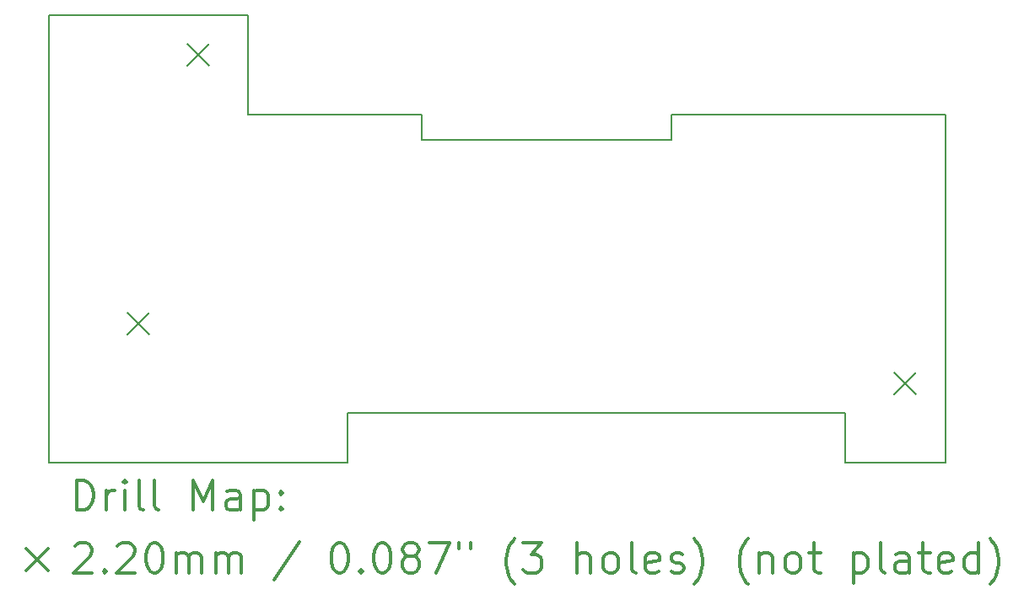
<source format=gbr>
%FSLAX45Y45*%
G04 Gerber Fmt 4.5, Leading zero omitted, Abs format (unit mm)*
G04 Created by KiCad (PCBNEW (5.0.2)-1) date 09/11/2019 14:16:32*
%MOMM*%
%LPD*%
G01*
G04 APERTURE LIST*
%ADD10C,0.150000*%
%ADD11C,0.200000*%
%ADD12C,0.300000*%
G04 APERTURE END LIST*
D10*
X10000000Y-11500000D02*
X10000000Y-7000000D01*
X13000000Y-11500000D02*
X10000000Y-11500000D01*
X12000000Y-7000000D02*
X10000000Y-7000000D01*
X12000000Y-8000000D02*
X12000000Y-7000000D01*
X13750000Y-8000000D02*
X12000000Y-8000000D01*
X13750000Y-8250000D02*
X13750000Y-8000000D01*
X16250000Y-8250000D02*
X13750000Y-8250000D01*
X16250000Y-8000000D02*
X16250000Y-8250000D01*
X16500000Y-8000000D02*
X16250000Y-8000000D01*
X19000000Y-8000000D02*
X16500000Y-8000000D01*
X19000000Y-11500000D02*
X19000000Y-8000000D01*
X18000000Y-11500000D02*
X19000000Y-11500000D01*
X18000000Y-11000000D02*
X18000000Y-11500000D01*
X13000000Y-11000000D02*
X18000000Y-11000000D01*
X13000000Y-11500000D02*
X13000000Y-11000000D01*
D11*
X18490000Y-10590000D02*
X18710000Y-10810000D01*
X18710000Y-10590000D02*
X18490000Y-10810000D01*
X11390000Y-7290000D02*
X11610000Y-7510000D01*
X11610000Y-7290000D02*
X11390000Y-7510000D01*
X10790000Y-9990000D02*
X11010000Y-10210000D01*
X11010000Y-9990000D02*
X10790000Y-10210000D01*
D12*
X10278928Y-11973214D02*
X10278928Y-11673214D01*
X10350357Y-11673214D01*
X10393214Y-11687500D01*
X10421786Y-11716071D01*
X10436071Y-11744643D01*
X10450357Y-11801786D01*
X10450357Y-11844643D01*
X10436071Y-11901786D01*
X10421786Y-11930357D01*
X10393214Y-11958929D01*
X10350357Y-11973214D01*
X10278928Y-11973214D01*
X10578928Y-11973214D02*
X10578928Y-11773214D01*
X10578928Y-11830357D02*
X10593214Y-11801786D01*
X10607500Y-11787500D01*
X10636071Y-11773214D01*
X10664643Y-11773214D01*
X10764643Y-11973214D02*
X10764643Y-11773214D01*
X10764643Y-11673214D02*
X10750357Y-11687500D01*
X10764643Y-11701786D01*
X10778928Y-11687500D01*
X10764643Y-11673214D01*
X10764643Y-11701786D01*
X10950357Y-11973214D02*
X10921786Y-11958929D01*
X10907500Y-11930357D01*
X10907500Y-11673214D01*
X11107500Y-11973214D02*
X11078928Y-11958929D01*
X11064643Y-11930357D01*
X11064643Y-11673214D01*
X11450357Y-11973214D02*
X11450357Y-11673214D01*
X11550357Y-11887500D01*
X11650357Y-11673214D01*
X11650357Y-11973214D01*
X11921786Y-11973214D02*
X11921786Y-11816071D01*
X11907500Y-11787500D01*
X11878928Y-11773214D01*
X11821786Y-11773214D01*
X11793214Y-11787500D01*
X11921786Y-11958929D02*
X11893214Y-11973214D01*
X11821786Y-11973214D01*
X11793214Y-11958929D01*
X11778928Y-11930357D01*
X11778928Y-11901786D01*
X11793214Y-11873214D01*
X11821786Y-11858929D01*
X11893214Y-11858929D01*
X11921786Y-11844643D01*
X12064643Y-11773214D02*
X12064643Y-12073214D01*
X12064643Y-11787500D02*
X12093214Y-11773214D01*
X12150357Y-11773214D01*
X12178928Y-11787500D01*
X12193214Y-11801786D01*
X12207500Y-11830357D01*
X12207500Y-11916071D01*
X12193214Y-11944643D01*
X12178928Y-11958929D01*
X12150357Y-11973214D01*
X12093214Y-11973214D01*
X12064643Y-11958929D01*
X12336071Y-11944643D02*
X12350357Y-11958929D01*
X12336071Y-11973214D01*
X12321786Y-11958929D01*
X12336071Y-11944643D01*
X12336071Y-11973214D01*
X12336071Y-11787500D02*
X12350357Y-11801786D01*
X12336071Y-11816071D01*
X12321786Y-11801786D01*
X12336071Y-11787500D01*
X12336071Y-11816071D01*
X9772500Y-12357500D02*
X9992500Y-12577500D01*
X9992500Y-12357500D02*
X9772500Y-12577500D01*
X10264643Y-12331786D02*
X10278928Y-12317500D01*
X10307500Y-12303214D01*
X10378928Y-12303214D01*
X10407500Y-12317500D01*
X10421786Y-12331786D01*
X10436071Y-12360357D01*
X10436071Y-12388929D01*
X10421786Y-12431786D01*
X10250357Y-12603214D01*
X10436071Y-12603214D01*
X10564643Y-12574643D02*
X10578928Y-12588929D01*
X10564643Y-12603214D01*
X10550357Y-12588929D01*
X10564643Y-12574643D01*
X10564643Y-12603214D01*
X10693214Y-12331786D02*
X10707500Y-12317500D01*
X10736071Y-12303214D01*
X10807500Y-12303214D01*
X10836071Y-12317500D01*
X10850357Y-12331786D01*
X10864643Y-12360357D01*
X10864643Y-12388929D01*
X10850357Y-12431786D01*
X10678928Y-12603214D01*
X10864643Y-12603214D01*
X11050357Y-12303214D02*
X11078928Y-12303214D01*
X11107500Y-12317500D01*
X11121786Y-12331786D01*
X11136071Y-12360357D01*
X11150357Y-12417500D01*
X11150357Y-12488929D01*
X11136071Y-12546071D01*
X11121786Y-12574643D01*
X11107500Y-12588929D01*
X11078928Y-12603214D01*
X11050357Y-12603214D01*
X11021786Y-12588929D01*
X11007500Y-12574643D01*
X10993214Y-12546071D01*
X10978928Y-12488929D01*
X10978928Y-12417500D01*
X10993214Y-12360357D01*
X11007500Y-12331786D01*
X11021786Y-12317500D01*
X11050357Y-12303214D01*
X11278928Y-12603214D02*
X11278928Y-12403214D01*
X11278928Y-12431786D02*
X11293214Y-12417500D01*
X11321786Y-12403214D01*
X11364643Y-12403214D01*
X11393214Y-12417500D01*
X11407500Y-12446071D01*
X11407500Y-12603214D01*
X11407500Y-12446071D02*
X11421786Y-12417500D01*
X11450357Y-12403214D01*
X11493214Y-12403214D01*
X11521786Y-12417500D01*
X11536071Y-12446071D01*
X11536071Y-12603214D01*
X11678928Y-12603214D02*
X11678928Y-12403214D01*
X11678928Y-12431786D02*
X11693214Y-12417500D01*
X11721786Y-12403214D01*
X11764643Y-12403214D01*
X11793214Y-12417500D01*
X11807500Y-12446071D01*
X11807500Y-12603214D01*
X11807500Y-12446071D02*
X11821786Y-12417500D01*
X11850357Y-12403214D01*
X11893214Y-12403214D01*
X11921786Y-12417500D01*
X11936071Y-12446071D01*
X11936071Y-12603214D01*
X12521786Y-12288929D02*
X12264643Y-12674643D01*
X12907500Y-12303214D02*
X12936071Y-12303214D01*
X12964643Y-12317500D01*
X12978928Y-12331786D01*
X12993214Y-12360357D01*
X13007500Y-12417500D01*
X13007500Y-12488929D01*
X12993214Y-12546071D01*
X12978928Y-12574643D01*
X12964643Y-12588929D01*
X12936071Y-12603214D01*
X12907500Y-12603214D01*
X12878928Y-12588929D01*
X12864643Y-12574643D01*
X12850357Y-12546071D01*
X12836071Y-12488929D01*
X12836071Y-12417500D01*
X12850357Y-12360357D01*
X12864643Y-12331786D01*
X12878928Y-12317500D01*
X12907500Y-12303214D01*
X13136071Y-12574643D02*
X13150357Y-12588929D01*
X13136071Y-12603214D01*
X13121786Y-12588929D01*
X13136071Y-12574643D01*
X13136071Y-12603214D01*
X13336071Y-12303214D02*
X13364643Y-12303214D01*
X13393214Y-12317500D01*
X13407500Y-12331786D01*
X13421786Y-12360357D01*
X13436071Y-12417500D01*
X13436071Y-12488929D01*
X13421786Y-12546071D01*
X13407500Y-12574643D01*
X13393214Y-12588929D01*
X13364643Y-12603214D01*
X13336071Y-12603214D01*
X13307500Y-12588929D01*
X13293214Y-12574643D01*
X13278928Y-12546071D01*
X13264643Y-12488929D01*
X13264643Y-12417500D01*
X13278928Y-12360357D01*
X13293214Y-12331786D01*
X13307500Y-12317500D01*
X13336071Y-12303214D01*
X13607500Y-12431786D02*
X13578928Y-12417500D01*
X13564643Y-12403214D01*
X13550357Y-12374643D01*
X13550357Y-12360357D01*
X13564643Y-12331786D01*
X13578928Y-12317500D01*
X13607500Y-12303214D01*
X13664643Y-12303214D01*
X13693214Y-12317500D01*
X13707500Y-12331786D01*
X13721786Y-12360357D01*
X13721786Y-12374643D01*
X13707500Y-12403214D01*
X13693214Y-12417500D01*
X13664643Y-12431786D01*
X13607500Y-12431786D01*
X13578928Y-12446071D01*
X13564643Y-12460357D01*
X13550357Y-12488929D01*
X13550357Y-12546071D01*
X13564643Y-12574643D01*
X13578928Y-12588929D01*
X13607500Y-12603214D01*
X13664643Y-12603214D01*
X13693214Y-12588929D01*
X13707500Y-12574643D01*
X13721786Y-12546071D01*
X13721786Y-12488929D01*
X13707500Y-12460357D01*
X13693214Y-12446071D01*
X13664643Y-12431786D01*
X13821786Y-12303214D02*
X14021786Y-12303214D01*
X13893214Y-12603214D01*
X14121786Y-12303214D02*
X14121786Y-12360357D01*
X14236071Y-12303214D02*
X14236071Y-12360357D01*
X14678928Y-12717500D02*
X14664643Y-12703214D01*
X14636071Y-12660357D01*
X14621786Y-12631786D01*
X14607500Y-12588929D01*
X14593214Y-12517500D01*
X14593214Y-12460357D01*
X14607500Y-12388929D01*
X14621786Y-12346071D01*
X14636071Y-12317500D01*
X14664643Y-12274643D01*
X14678928Y-12260357D01*
X14764643Y-12303214D02*
X14950357Y-12303214D01*
X14850357Y-12417500D01*
X14893214Y-12417500D01*
X14921786Y-12431786D01*
X14936071Y-12446071D01*
X14950357Y-12474643D01*
X14950357Y-12546071D01*
X14936071Y-12574643D01*
X14921786Y-12588929D01*
X14893214Y-12603214D01*
X14807500Y-12603214D01*
X14778928Y-12588929D01*
X14764643Y-12574643D01*
X15307500Y-12603214D02*
X15307500Y-12303214D01*
X15436071Y-12603214D02*
X15436071Y-12446071D01*
X15421786Y-12417500D01*
X15393214Y-12403214D01*
X15350357Y-12403214D01*
X15321786Y-12417500D01*
X15307500Y-12431786D01*
X15621786Y-12603214D02*
X15593214Y-12588929D01*
X15578928Y-12574643D01*
X15564643Y-12546071D01*
X15564643Y-12460357D01*
X15578928Y-12431786D01*
X15593214Y-12417500D01*
X15621786Y-12403214D01*
X15664643Y-12403214D01*
X15693214Y-12417500D01*
X15707500Y-12431786D01*
X15721786Y-12460357D01*
X15721786Y-12546071D01*
X15707500Y-12574643D01*
X15693214Y-12588929D01*
X15664643Y-12603214D01*
X15621786Y-12603214D01*
X15893214Y-12603214D02*
X15864643Y-12588929D01*
X15850357Y-12560357D01*
X15850357Y-12303214D01*
X16121786Y-12588929D02*
X16093214Y-12603214D01*
X16036071Y-12603214D01*
X16007500Y-12588929D01*
X15993214Y-12560357D01*
X15993214Y-12446071D01*
X16007500Y-12417500D01*
X16036071Y-12403214D01*
X16093214Y-12403214D01*
X16121786Y-12417500D01*
X16136071Y-12446071D01*
X16136071Y-12474643D01*
X15993214Y-12503214D01*
X16250357Y-12588929D02*
X16278928Y-12603214D01*
X16336071Y-12603214D01*
X16364643Y-12588929D01*
X16378928Y-12560357D01*
X16378928Y-12546071D01*
X16364643Y-12517500D01*
X16336071Y-12503214D01*
X16293214Y-12503214D01*
X16264643Y-12488929D01*
X16250357Y-12460357D01*
X16250357Y-12446071D01*
X16264643Y-12417500D01*
X16293214Y-12403214D01*
X16336071Y-12403214D01*
X16364643Y-12417500D01*
X16478928Y-12717500D02*
X16493214Y-12703214D01*
X16521786Y-12660357D01*
X16536071Y-12631786D01*
X16550357Y-12588929D01*
X16564643Y-12517500D01*
X16564643Y-12460357D01*
X16550357Y-12388929D01*
X16536071Y-12346071D01*
X16521786Y-12317500D01*
X16493214Y-12274643D01*
X16478928Y-12260357D01*
X17021786Y-12717500D02*
X17007500Y-12703214D01*
X16978928Y-12660357D01*
X16964643Y-12631786D01*
X16950357Y-12588929D01*
X16936071Y-12517500D01*
X16936071Y-12460357D01*
X16950357Y-12388929D01*
X16964643Y-12346071D01*
X16978928Y-12317500D01*
X17007500Y-12274643D01*
X17021786Y-12260357D01*
X17136071Y-12403214D02*
X17136071Y-12603214D01*
X17136071Y-12431786D02*
X17150357Y-12417500D01*
X17178928Y-12403214D01*
X17221786Y-12403214D01*
X17250357Y-12417500D01*
X17264643Y-12446071D01*
X17264643Y-12603214D01*
X17450357Y-12603214D02*
X17421786Y-12588929D01*
X17407500Y-12574643D01*
X17393214Y-12546071D01*
X17393214Y-12460357D01*
X17407500Y-12431786D01*
X17421786Y-12417500D01*
X17450357Y-12403214D01*
X17493214Y-12403214D01*
X17521786Y-12417500D01*
X17536071Y-12431786D01*
X17550357Y-12460357D01*
X17550357Y-12546071D01*
X17536071Y-12574643D01*
X17521786Y-12588929D01*
X17493214Y-12603214D01*
X17450357Y-12603214D01*
X17636071Y-12403214D02*
X17750357Y-12403214D01*
X17678928Y-12303214D02*
X17678928Y-12560357D01*
X17693214Y-12588929D01*
X17721786Y-12603214D01*
X17750357Y-12603214D01*
X18078928Y-12403214D02*
X18078928Y-12703214D01*
X18078928Y-12417500D02*
X18107500Y-12403214D01*
X18164643Y-12403214D01*
X18193214Y-12417500D01*
X18207500Y-12431786D01*
X18221786Y-12460357D01*
X18221786Y-12546071D01*
X18207500Y-12574643D01*
X18193214Y-12588929D01*
X18164643Y-12603214D01*
X18107500Y-12603214D01*
X18078928Y-12588929D01*
X18393214Y-12603214D02*
X18364643Y-12588929D01*
X18350357Y-12560357D01*
X18350357Y-12303214D01*
X18636071Y-12603214D02*
X18636071Y-12446071D01*
X18621786Y-12417500D01*
X18593214Y-12403214D01*
X18536071Y-12403214D01*
X18507500Y-12417500D01*
X18636071Y-12588929D02*
X18607500Y-12603214D01*
X18536071Y-12603214D01*
X18507500Y-12588929D01*
X18493214Y-12560357D01*
X18493214Y-12531786D01*
X18507500Y-12503214D01*
X18536071Y-12488929D01*
X18607500Y-12488929D01*
X18636071Y-12474643D01*
X18736071Y-12403214D02*
X18850357Y-12403214D01*
X18778928Y-12303214D02*
X18778928Y-12560357D01*
X18793214Y-12588929D01*
X18821786Y-12603214D01*
X18850357Y-12603214D01*
X19064643Y-12588929D02*
X19036071Y-12603214D01*
X18978928Y-12603214D01*
X18950357Y-12588929D01*
X18936071Y-12560357D01*
X18936071Y-12446071D01*
X18950357Y-12417500D01*
X18978928Y-12403214D01*
X19036071Y-12403214D01*
X19064643Y-12417500D01*
X19078928Y-12446071D01*
X19078928Y-12474643D01*
X18936071Y-12503214D01*
X19336071Y-12603214D02*
X19336071Y-12303214D01*
X19336071Y-12588929D02*
X19307500Y-12603214D01*
X19250357Y-12603214D01*
X19221786Y-12588929D01*
X19207500Y-12574643D01*
X19193214Y-12546071D01*
X19193214Y-12460357D01*
X19207500Y-12431786D01*
X19221786Y-12417500D01*
X19250357Y-12403214D01*
X19307500Y-12403214D01*
X19336071Y-12417500D01*
X19450357Y-12717500D02*
X19464643Y-12703214D01*
X19493214Y-12660357D01*
X19507500Y-12631786D01*
X19521786Y-12588929D01*
X19536071Y-12517500D01*
X19536071Y-12460357D01*
X19521786Y-12388929D01*
X19507500Y-12346071D01*
X19493214Y-12317500D01*
X19464643Y-12274643D01*
X19450357Y-12260357D01*
M02*

</source>
